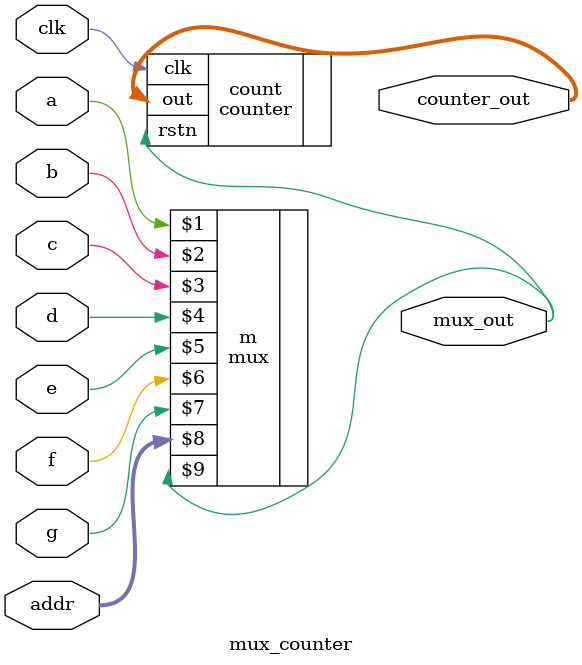
<source format=v>
module mux_counter(a, b, c, d, e, f, g, addr, clk, mux_out, counter_out);
	input a,
			b,
			c,
			d,
			e,
			f,
			g,
			clk;
			
	input	[2:0] addr;

	output [6:0]counter_out;
	output mux_out;
	
	mux m(a,b,c,d,e,f,g,addr,mux_out);
	counter count(.clk(clk), .rstn(mux_out), .out(counter_out));

endmodule 
</source>
